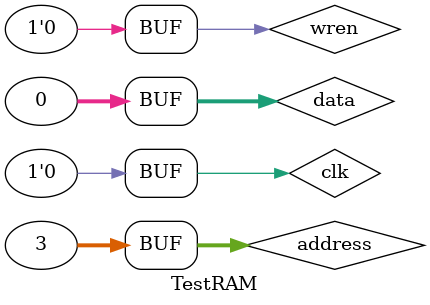
<source format=sv>
module TestRAM;

	logic [31:0] address;
	logic clk;
	logic [31:0] data;
	logic wren;
	logic [31:0]q;

	dmem datmem(clk, wren, address, data, q);
	 
	  
	always begin
		clk = 0;
		clk <= 1; #5; clk <= 0; #5;
		
		address = 0;
		wren = 0;
		data = 0;
		$display("Data en 0 %h", q);
		#15;
		
		address = 10;
		wren = 0;
		data = 0;
		$display("Data en 10 %h", q);
		#15;
		
		
		address = 3;
		wren = 0;
		data = 0;
		$display("Data en 3 %h", q);
		#15;
	end
	
	
endmodule
</source>
